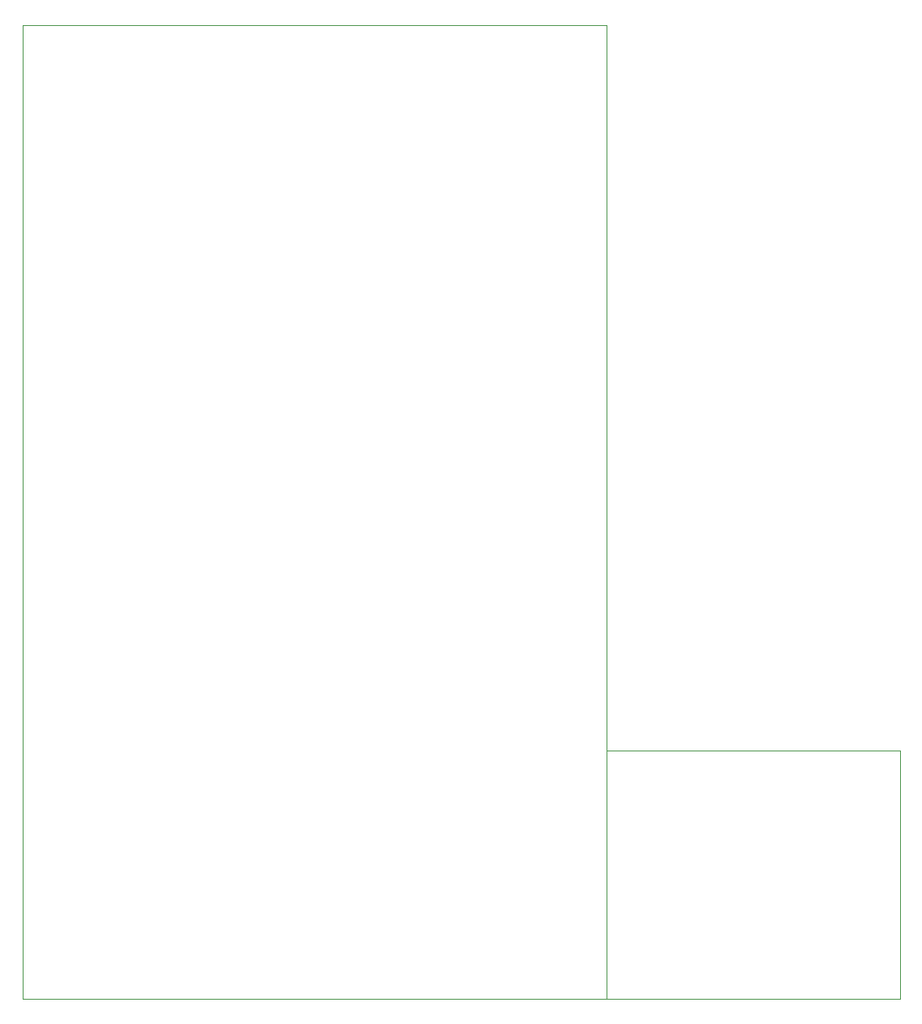
<source format=gko>
G04*
G04 #@! TF.GenerationSoftware,Altium Limited,Altium Designer,23.7.1 (13)*
G04*
G04 Layer_Color=16711935*
%FSLAX25Y25*%
%MOIN*%
G70*
G04*
G04 #@! TF.SameCoordinates,AA4D2978-76EA-46CB-BF31-C62278C5BCD9*
G04*
G04*
G04 #@! TF.FilePolarity,Positive*
G04*
G01*
G75*
%ADD11C,0.00394*%
D11*
X240050Y102150D02*
X360650D01*
Y250D02*
Y102150D01*
X360600Y250D02*
X360650D01*
X360550Y200D02*
X360600Y250D01*
X240050Y0D02*
X360550D01*
X240050Y400200D02*
X240050Y200D01*
X0Y0D02*
X240050D01*
X0D02*
X0Y400200D01*
X240050D01*
M02*

</source>
